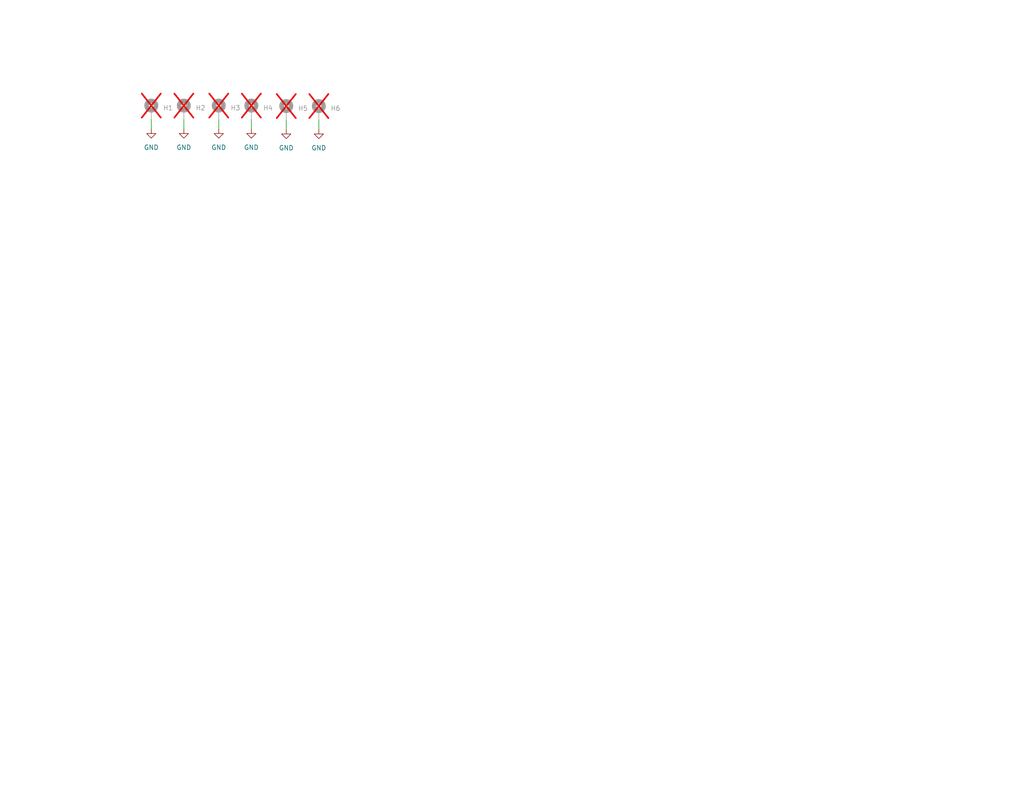
<source format=kicad_sch>
(kicad_sch (version 20250114) (generator "eeschema") (generator_version "9.0")
  (paper "USLetter")
  (title_block (title "12-12 NI G4.1 Arena Modular LED Display") (date "2024-10-08") (rev "v7.1") (company "IORodeo for Reiserlab @ Janelia"))
  (lib_symbols
    (symbol "Mechanical:MountingHole_Pad" (pin_numbers (hide yes)) (pin_names (offset 1.016) (hide yes))
      (property "Reference" "H" (at 0 6.35 0))
      (property "Value" "MountingHole_Pad" (at 0 4.445 0))
      (symbol "MountingHole_Pad_0_1"
        (circle (center 0 1.27) (radius 1.27) (stroke (width 1.27)))
      )
      (symbol "MountingHole_Pad_1_1"
        (pin input line (at 0 -2.54 90) (length 2.54) (name "1") (number "1"))
      )
    )
    (symbol "power:GND" (power) (pin_names (offset 0))
      (property "Value" "GND" (at 0 -3.81 0))
      (symbol "GND_0_1"
        (polyline (pts (xy 0 0) (xy 0 -1.27) (xy 1.27 -1.27) (xy 0 -2.54) (xy -1.27 -1.27) (xy 0 -1.27)))
      )
      (symbol "GND_1_1"
        (pin power_in line (at 0 0 270) (length 0) (hide yes) (name "GND") (number "1"))
      )
    )
  )
  (wire (pts (xy 78.105 32.766) (xy 78.105 35.306)))
  (wire (pts (xy 41.275 32.639) (xy 41.275 35.179)))
  (wire (pts (xy 86.995 32.766) (xy 86.995 35.306)))
  (wire (pts (xy 59.69 32.639) (xy 59.69 35.179)))
  (wire (pts (xy 68.58 32.639) (xy 68.58 35.179)))
  (wire (pts (xy 50.165 32.639) (xy 50.165 35.179)))
  (symbol (lib_id "power:GND") (at 86.995 35.306 0) (mirror y) (unit 1)
    (property "Reference" "#PWR020" (effects (hide yes)))
    (property "Value" "GND" (at 86.995 40.386 0))
  )
  (symbol (lib_id "power:GND") (at 68.58 35.179 0) (mirror y) (unit 1)
    (property "Reference" "#PWR011" (effects (hide yes)))
    (property "Value" "GND" (at 68.58 40.259 0))
  )
  (symbol (lib_id "Mechanical:MountingHole_Pad") (at 50.165 30.099 0) (unit 1) (dnp yes)
    (property "Reference" "H2" (at 53.34 29.464 0) (effects (justify left)))
    (property "Value" "MountingHole_Pad" (effects (hide yes)))
    (property "Footprint" "MountingHole:MountingHole_4.5mm_Pad" (effects (hide yes)))
  )
  (symbol (lib_id "power:GND") (at 50.165 35.179 0) (mirror y) (unit 1)
    (property "Reference" "#PWR09" (effects (hide yes)))
    (property "Value" "GND" (at 50.165 40.259 0))
  )
  (symbol (lib_id "power:GND") (at 41.275 35.179 0) (mirror y) (unit 1)
    (property "Reference" "#PWR08" (effects (hide yes)))
    (property "Value" "GND" (at 41.275 40.259 0))
  )
  (symbol (lib_id "Mechanical:MountingHole_Pad") (at 59.69 30.099 0) (unit 1) (dnp yes)
    (property "Reference" "H3" (at 62.865 29.464 0) (effects (justify left)))
    (property "Value" "MountingHole_Pad" (effects (hide yes)))
    (property "Footprint" "MountingHole:MountingHole_4.5mm_Pad" (effects (hide yes)))
  )
  (symbol (lib_id "Mechanical:MountingHole_Pad") (at 41.275 30.099 0) (unit 1) (dnp yes)
    (property "Reference" "H1" (at 44.45 29.464 0) (effects (justify left)))
    (property "Value" "MountingHole_Pad" (effects (hide yes)))
    (property "Footprint" "MountingHole:MountingHole_4.5mm_Pad" (effects (hide yes)))
  )
  (symbol (lib_id "power:GND") (at 59.69 35.179 0) (mirror y) (unit 1)
    (property "Reference" "#PWR010" (effects (hide yes)))
    (property "Value" "GND" (at 59.69 40.259 0))
  )
  (symbol (lib_id "Mechanical:MountingHole_Pad") (at 86.995 30.226 0) (unit 1) (dnp yes)
    (property "Reference" "H6" (at 90.17 29.591 0) (effects (justify left)))
    (property "Value" "MountingHole_Pad" (effects (hide yes)))
    (property "Footprint" "MountingHole:MountingHole_4.5mm_Pad" (effects (hide yes)))
  )
  (symbol (lib_id "Mechanical:MountingHole_Pad") (at 78.105 30.226 0) (unit 1) (dnp yes)
    (property "Reference" "H5" (at 81.28 29.591 0) (effects (justify left)))
    (property "Value" "MountingHole_Pad" (effects (hide yes)))
    (property "Footprint" "MountingHole:MountingHole_4.5mm_Pad" (effects (hide yes)))
  )
  (symbol (lib_id "power:GND") (at 78.105 35.306 0) (mirror y) (unit 1)
    (property "Reference" "#PWR019" (effects (hide yes)))
    (property "Value" "GND" (at 78.105 40.386 0))
  )
  (symbol (lib_id "Mechanical:MountingHole_Pad") (at 68.58 30.099 0) (unit 1) (dnp yes)
    (property "Reference" "H4" (at 71.755 29.464 0) (effects (justify left)))
    (property "Value" "MountingHole_Pad" (effects (hide yes)))
    (property "Footprint" "MountingHole:MountingHole_4.5mm_Pad" (effects (hide yes)))
  )
)
</source>
